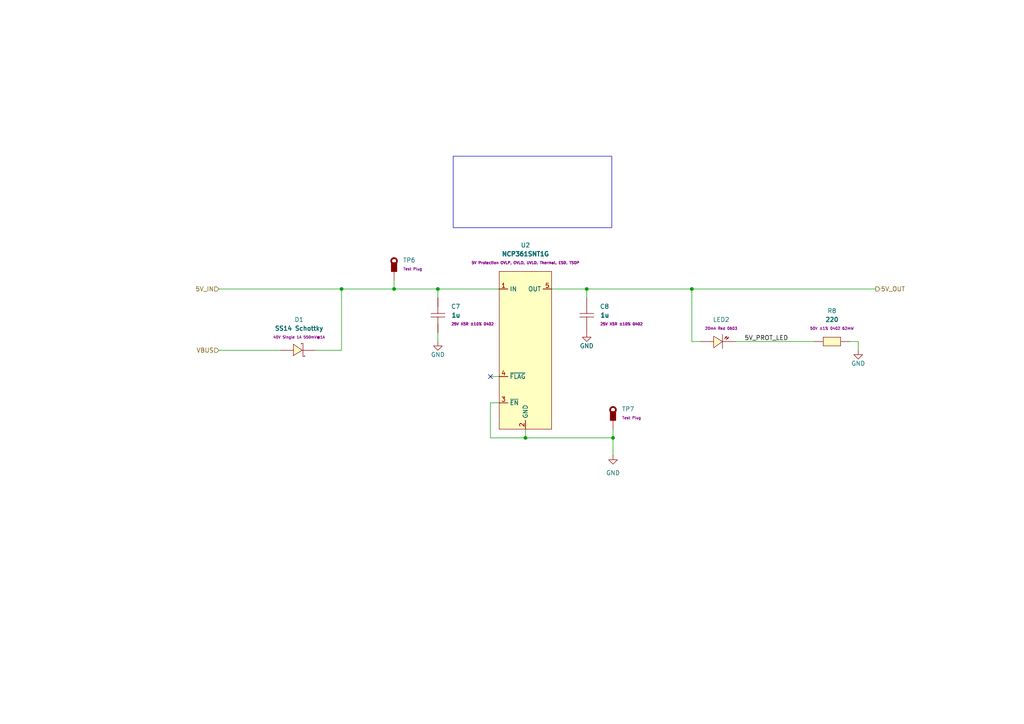
<source format=kicad_sch>
(kicad_sch (version 20231120) (generator "eeschema") (generator_version "8.0")
  (paper "A4")
  (title_block (title "5V Protection"))
  (lib_symbols
    (symbol "LiveAstra:C_1uF_X5R_0402" (pin_numbers hide) (pin_names hide)
      (property "Reference" "C" (at 0 8.89 0))
      (property "Value" "1u" (at 0 6.35 0))
      (property "Extra Values" "25V X5R ±10% 0402" (at 0 3.81 0))
      (symbol "C_1uF_X5R_0402_0_1"
        (polyline (pts (xy -0.51 -2.03) (xy -0.51 2.03)))
        (polyline (pts (xy -0.51 0) (xy -2.54 0)))
        (polyline (pts (xy 0.51 2.03) (xy 0.51 -2.03)))
        (polyline (pts (xy 2.54 0) (xy 0.51 0)))
      )
      (symbol "C_1uF_X5R_0402_1_1"
        (pin passive line (at -5.08 0 0) (length 2.54) (name "1") (number "1"))
        (pin passive line (at 5.08 0 180) (length 2.54) (name "2") (number "2"))
      )
    )
    (symbol "LiveAstra:D_Schottky_SS14_1A_40V" (pin_numbers hide) (pin_names hide)
      (property "Reference" "D" (at 0 8.89 0))
      (property "Value" "SS14 Schottky" (at 0 6.35 0))
      (property "Extra Values" "40V Single 1A 550mV@1A" (at 0 3.81 0))
      (symbol "D_Schottky_SS14_1A_40V_0_1"
        (polyline (pts (xy 1.27 1.52) (xy -1.27 0) (xy 1.27 -1.78) (xy 1.27 1.52)) (fill (type background)))
        (polyline (pts (xy -2.03 1.52) (xy -2.03 1.78) (xy -1.52 1.78) (xy -1.52 -2.03) (xy -1.02 -2.03) (xy -1.02 -1.78)))
      )
      (symbol "D_Schottky_SS14_1A_40V_1_1"
        (pin passive line (at -5.08 0 0) (length 3.81) (name "K") (number "1"))
        (pin passive line (at 5.08 0 180) (length 3.81) (name "A") (number "2"))
      )
    )
    (symbol "LiveAstra:LED_RED_20mA_0603" (pin_numbers hide) (pin_names hide)
      (property "Reference" "LED" (at 0 6.35 0))
      (property "Extra Values" "20mA Red 0603" (at 0 3.81 0))
      (symbol "LED_RED_20mA_0603_0_1"
        (polyline (pts (xy 1.27 -2.03) (xy 1.27 2.03)))
        (polyline (pts (xy 1.778 0.762) (xy 2.286 1.27)))
        (polyline (pts (xy 2.286 0.508) (xy 2.794 1.016)))
        (polyline (pts (xy -1.27 1.52) (xy 1.27 0) (xy -1.27 -1.78) (xy -1.27 1.52)) (fill (type background)))
        (polyline (pts (xy 2.54 1.524) (xy 2.286 1.016) (xy 2.032 1.27) (xy 2.54 1.524)) (fill (type background)))
        (polyline (pts (xy 3.048 1.27) (xy 2.794 0.762) (xy 2.54 1.016) (xy 3.048 1.27)) (fill (type background)))
      )
      (symbol "LED_RED_20mA_0603_1_1"
        (pin passive line (at 5.08 0 180) (length 3.81) (name "K") (number "1"))
        (pin passive line (at -5.08 0 0) (length 3.81) (name "A") (number "2"))
      )
    )
    (symbol "LiveAstra:R_220Ohm_0402_62mW" (pin_numbers hide) (pin_names hide)
      (property "Reference" "R" (at 0 7.62 0))
      (property "Value" "220" (at 0 5.08 0))
      (property "Extra Values" "50V ±1% 0402 62mW" (at 0 2.54 0))
      (symbol "R_220Ohm_0402_62mW_0_1"
        (rectangle (start -2.54 1.27) (end 2.54 -1.27) (fill (type background)))
      )
      (symbol "R_220Ohm_0402_62mW_1_1"
        (pin passive line (at -5.08 0 0) (length 2.54) (name "1") (number "1"))
        (pin passive line (at 5.08 0 180) (length 2.54) (name "2") (number "2"))
      )
    )
    (symbol "LiveAstra:TestPoint_Thimble" (pin_numbers hide) (pin_names hide) (in_bom no)
      (property "Reference" "TP" (at 0 9.5043 0))
      (property "Extra Values" "Test Plug" (at 0 7.62 0))
      (symbol "TestPoint_Thimble_1_1"
        (rectangle (start -0.762 5.08) (end 0.762 2.54) (stroke (width 0.254)) (fill (type outline)))
        (arc (start 0.508 4.9323) (mid 0 6.4175) (end -0.508 4.9323) (stroke (width 0.508)))
        (pin passive line (at 0 0 90) (length 2.54) (name "1") (number "1"))
      )
    )
    (symbol "LiveAstra:U_NCP361SNT1G_5V_Protection_IC_TSOP"
      (property "Reference" "U" (at 0 33.02 0))
      (property "Value" "NCP361SNT1G" (at 0 29.21 0))
      (property "Extra Values" "5V Protection OVLP, OVLO, UVLO, Thermal, ESD, TSOP" (at 1.27 25.4 0))
      (symbol "U_NCP361SNT1G_5V_Protection_IC_TSOP_0_1"
        (rectangle (start -7.62 22.86) (end 7.62 -22.86) (fill (type background)))
      )
      (symbol "U_NCP361SNT1G_5V_Protection_IC_TSOP_1_1"
        (pin power_in line (at -7.62 17.78 0) (length 2.54) (name "IN") (number "1"))
        (pin power_in line (at 0 -22.86 90) (length 2.54) (name "GND") (number "2"))
        (pin input line (at -7.62 -15.24 0) (length 2.54) (name "~{EN}") (number "3"))
        (pin input line (at -7.62 -7.62 0) (length 2.54) (name "~{FLAG}") (number "4"))
        (pin power_out line (at 7.62 17.78 180) (length 2.54) (name "OUT") (number "5"))
      )
    )
    (symbol "power:GND" (power) (pin_numbers hide) (pin_names (offset 0) hide)
      (property "Value" "GND" (at 0 -3.81 0))
      (symbol "GND_0_1"
        (polyline (pts (xy 0 0) (xy 0 -1.27) (xy 1.27 -1.27) (xy 0 -2.54) (xy -1.27 -1.27) (xy 0 -1.27)))
      )
      (symbol "GND_1_1"
        (pin power_in line (at 0 0 270) (length 0) (name "~") (number "1"))
      )
    )
  )
  (junction (at 99.06 83.82))
  (junction (at 200.66 83.82))
  (junction (at 127 83.82))
  (junction (at 177.8 127))
  (junction (at 152.4 127))
  (junction (at 170.18 83.82))
  (junction (at 114.3 83.82))
  (no_connect (at 142.24 109.22))
  (wire (pts (xy 200.66 99.06) (xy 200.66 83.82)))
  (wire (pts (xy 177.8 127) (xy 177.8 132.08)))
  (wire (pts (xy 160.02 83.82) (xy 170.18 83.82)))
  (wire (pts (xy 63.5 101.6) (xy 81.28 101.6)))
  (wire (pts (xy 114.3 83.82) (xy 127 83.82)))
  (wire (pts (xy 248.92 99.06) (xy 246.38 99.06)))
  (wire (pts (xy 63.5 83.82) (xy 99.06 83.82)))
  (wire (pts (xy 177.8 124.46) (xy 177.8 127)))
  (wire (pts (xy 200.66 83.82) (xy 254 83.82)))
  (wire (pts (xy 127 86.36) (xy 127 83.82)))
  (wire (pts (xy 170.18 83.82) (xy 170.18 86.36)))
  (wire (pts (xy 152.4 127) (xy 177.8 127)))
  (wire (pts (xy 114.3 81.28) (xy 114.3 83.82)))
  (wire (pts (xy 170.18 83.82) (xy 200.66 83.82)))
  (wire (pts (xy 152.4 124.46) (xy 152.4 127)))
  (wire (pts (xy 142.24 116.84) (xy 142.24 127)))
  (wire (pts (xy 142.24 127) (xy 152.4 127)))
  (wire (pts (xy 200.66 99.06) (xy 203.2 99.06)))
  (wire (pts (xy 127 83.82) (xy 144.78 83.82)))
  (wire (pts (xy 99.06 101.6) (xy 99.06 83.82)))
  (wire (pts (xy 127 99.06) (xy 127 96.52)))
  (wire (pts (xy 142.24 109.22) (xy 144.78 109.22)))
  (wire (pts (xy 248.92 101.6) (xy 248.92 99.06)))
  (wire (pts (xy 142.24 116.84) (xy 144.78 116.84)))
  (wire (pts (xy 91.44 101.6) (xy 99.06 101.6)))
  (wire (pts (xy 236.22 99.06) (xy 213.36 99.06)))
  (wire (pts (xy 99.06 83.82) (xy 114.3 83.82)))
  (rectangle (start 131.45 45.3) (end 177.45 66.04))
  (text "Information" (at 139.7 50.8 0) (effects (font (size 3 3)) (justify left)))
  (text "Overvoltage: 5.67V\nUndervoltage: 3V\nMax current: 600mA - 780mA\nMax V_{IN}: 21V" (at 133.45 54.55 0) (effects (font (size 1.5 1.5)) (justify left top)))
  (label "5V_PROT_LED" (at 215.9 99.06 0))
  (hierarchical_label "5V_OUT" (shape output) (at 254 83.82 0))
  (hierarchical_label "5V_IN" (shape input) (at 63.5 83.82 180))
  (hierarchical_label "VBUS" (shape input) (at 63.5 101.6 180))
  (symbol (lib_id "LiveAstra:C_1uF_X5R_0402") (at 127 91.44 90) (unit 1)
    (property "Reference" "C7" (at 130.81 88.8999 90) (effects (justify right)))
    (property "Value" "1u" (at 130.81 91.44 90) (effects (font (bold yes)) (justify right)))
    (property "Footprint" "LiveAstra:C_0402_1005Metric" (effects (hide yes)))
    (property "Datasheet" "https://lcsc.com/product-detail/Multilayer-Ceramic-Capacitors-MLCC-SMD-SMT_SAMSUNG_CL05A105KA5NQNC_1uF-105-10-25V_C52923.html" (effects (hide yes)))
    (property "Description" "Multilayer Ceramic Capacitor" (effects (hide yes)))
    (property "LCSC Part" "C52923" (effects (hide yes)))
    (property "Extra Values" "25V X5R ±10% 0402" (at 130.81 93.9799 90) (effects (font (size 0.762 0.762) (bold yes)) (justify right)))
  )
  (symbol (lib_id "LiveAstra:D_Schottky_SS14_1A_40V") (at 86.36 101.6 180) (unit 1)
    (property "Reference" "D1" (at 86.74 92.71 0))
    (property "Value" "SS14 Schottky" (at 86.74 95.25 0) (effects (font (bold yes))))
    (property "Footprint" "LiveAstra:D_SMA_SS14_C2480" (effects (hide yes)))
    (property "Datasheet" "https://lcsc.com/product-detail/Schottky-Barrier-Diodes-SBD_SS14_C2480.html" (effects (hide yes)))
    (property "Description" "Schottky Barrier Diode" (effects (hide yes)))
    (property "LCSC Part" "C2480" (effects (hide yes)))
    (property "Extra Values" "40V Single 1A 550mV@1A" (at 86.74 97.79 0) (effects (font (size 0.762 0.762) (bold yes))))
  )
  (symbol (lib_id "LiveAstra:LED_RED_20mA_0603") (at 208.28 99.06 0) (unit 1)
    (property "Reference" "LED2" (at 209.169 92.71 0))
    (property "Value" "LED_RED_20mA_0603" (effects (hide yes)))
    (property "Footprint" "LiveAstra:LED_0603_1608Metric" (effects (hide yes)))
    (property "Datasheet" "https://lcsc.com/product-detail/Light-Emitting-Diodes-LED_Red-LED-0603_C2286.html" (effects (hide yes)))
    (property "Description" "0603 Smd LED Emitting Color Red" (effects (hide yes)))
    (property "LCSC Part" "C2286" (effects (hide yes)))
    (property "Extra Values" "20mA Red 0603" (at 209.169 95.25 0) (effects (font (size 0.762 0.762) (bold yes))))
  )
  (symbol (lib_id "LiveAstra:TestPoint_Thimble") (at 177.8 124.46 0) (unit 1) (in_bom no)
    (property "Reference" "TP7" (at 180.34 118.6476 0) (effects (justify left)))
    (property "Value" "TestPoint_Thimble" (effects (hide yes)))
    (property "Footprint" "LiveAstra:TestPoint_Loop_D3.50mm_Drill0.9mm_Beaded" (effects (hide yes)))
    (property "LCSC Part" "C5277086" (effects (hide yes)))
    (property "Extra Values" "Test Plug" (at 180.34 121.1876 0) (effects (font (size 0.762 0.762) (bold yes)) (justify left)))
  )
  (symbol (lib_id "power:GND") (at 248.92 101.6 0) (unit 1)
    (property "Reference" "#PWR020" (effects (hide yes)))
    (property "Value" "GND" (at 248.92 105.41 0))
    (property "Description" "Power symbol creates a global label with name \"GND\" , ground" (effects (hide yes)))
  )
  (symbol (lib_id "power:GND") (at 177.8 132.08 0) (unit 1)
    (property "Reference" "#PWR019" (effects (hide yes)))
    (property "Value" "GND" (at 177.8 137.16 0))
    (property "Description" "Power symbol creates a global label with name \"GND\" , ground" (effects (hide yes)))
  )
  (symbol (lib_id "power:GND") (at 170.18 96.52 0) (unit 1)
    (property "Reference" "#PWR018" (effects (hide yes)))
    (property "Value" "GND" (at 170.18 100.33 0))
    (property "Description" "Power symbol creates a global label with name \"GND\" , ground" (effects (hide yes)))
  )
  (symbol (lib_id "LiveAstra:R_220Ohm_0402_62mW") (at 241.3 99.06 180) (unit 1)
    (property "Reference" "R8" (at 241.3 90.17 0))
    (property "Value" "220" (at 241.3 92.71 0) (effects (font (bold yes))))
    (property "Footprint" "LiveAstra:R_0402_1005Metric" (effects (hide yes)))
    (property "Datasheet" "https://lcsc.com/product-detail/Chip-Resistor-Surface-Mount-UniOhm_220R-2200-1_C25091.html" (effects (hide yes)))
    (property "Description" "Thick Film Resistors" (effects (hide yes)))
    (property "LCSC Part" "C25091" (effects (hide yes)))
    (property "Extra Values" "50V ±1% 0402 62mW" (at 241.3 95.25 0) (effects (font (size 0.762 0.762) (bold yes))))
  )
  (symbol (lib_id "LiveAstra:U_NCP361SNT1G_5V_Protection_IC_TSOP") (at 152.4 101.6 0) (unit 1)
    (property "Reference" "U2" (at 152.4 71.12 0))
    (property "Value" "NCP361SNT1G" (at 152.4 73.66 0) (effects (font (bold yes))))
    (property "Footprint" "LiveAstra:5V_PROTECTION_NCP361SNT1G_TSOP-5" (effects (hide yes)))
    (property "Datasheet" "https://lcsc.com/product-detail/PMIC-Supervisors_ON-Semicon_NCP361SNT1G_ON-Semicon-ON-NCP361SNT1G_C233714.html" (effects (hide yes)))
    (property "Description" "USB Positive Overvoltage Protection Controller with Internal PMOS FET and Overcurrent Protection" (effects (hide yes)))
    (property "LCSC Part" "C233714" (effects (hide yes)))
    (property "Extra Values" "5V Protection OVLP, OVLO, UVLO, Thermal, ESD, TSOP" (at 152.4 76.2 0) (effects (font (size 0.762 0.762) (bold yes))))
  )
  (symbol (lib_id "LiveAstra:C_1uF_X5R_0402") (at 170.18 91.44 270) (unit 1)
    (property "Reference" "C8" (at 173.99 88.8999 90) (effects (justify left)))
    (property "Value" "1u" (at 173.99 91.44 90) (effects (font (bold yes)) (justify left)))
    (property "Footprint" "LiveAstra:C_0402_1005Metric" (effects (hide yes)))
    (property "Datasheet" "https://lcsc.com/product-detail/Multilayer-Ceramic-Capacitors-MLCC-SMD-SMT_SAMSUNG_CL05A105KA5NQNC_1uF-105-10-25V_C52923.html" (effects (hide yes)))
    (property "Description" "Multilayer Ceramic Capacitor" (effects (hide yes)))
    (property "LCSC Part" "C52923" (effects (hide yes)))
    (property "Extra Values" "25V X5R ±10% 0402" (at 173.99 93.9799 90) (effects (font (size 0.762 0.762) (bold yes)) (justify left)))
  )
  (symbol (lib_id "power:GND") (at 127 99.06 0) (unit 1)
    (property "Reference" "#PWR017" (effects (hide yes)))
    (property "Value" "GND" (at 127 102.87 0))
    (property "Description" "Power symbol creates a global label with name \"GND\" , ground" (effects (hide yes)))
  )
  (symbol (lib_id "LiveAstra:TestPoint_Thimble") (at 114.3 81.28 0) (unit 1) (in_bom no)
    (property "Reference" "TP6" (at 116.84 75.4676 0) (effects (justify left)))
    (property "Value" "TestPoint_Thimble" (effects (hide yes)))
    (property "Footprint" "LiveAstra:TestPoint_Loop_D3.50mm_Drill0.9mm_Beaded" (effects (hide yes)))
    (property "LCSC Part" "C5277086" (effects (hide yes)))
    (property "Extra Values" "Test Plug" (at 116.84 78.0076 0) (effects (font (size 0.762 0.762) (bold yes)) (justify left)))
  )
)
</source>
